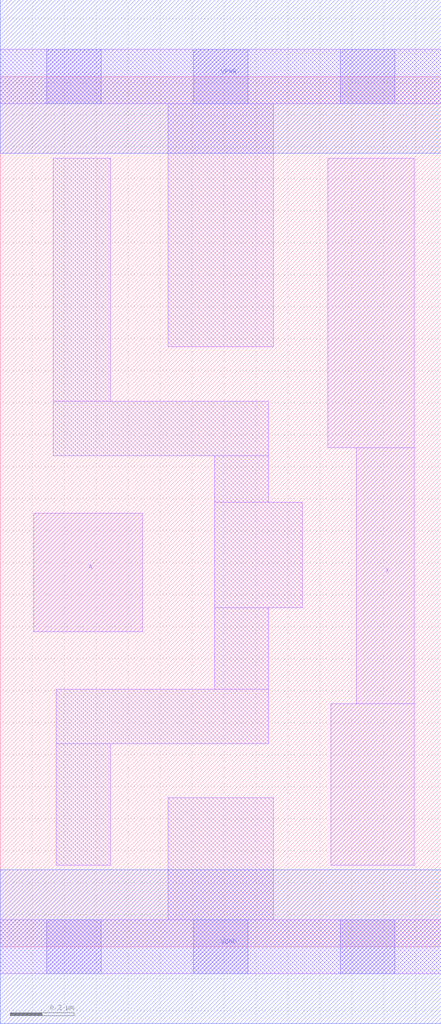
<source format=lef>
# Copyright 2020 The SkyWater PDK Authors
#
# Licensed under the Apache License, Version 2.0 (the "License");
# you may not use this file except in compliance with the License.
# You may obtain a copy of the License at
#
#     https://www.apache.org/licenses/LICENSE-2.0
#
# Unless required by applicable law or agreed to in writing, software
# distributed under the License is distributed on an "AS IS" BASIS,
# WITHOUT WARRANTIES OR CONDITIONS OF ANY KIND, either express or implied.
# See the License for the specific language governing permissions and
# limitations under the License.
#
# SPDX-License-Identifier: Apache-2.0

VERSION 5.7 ;
  NOWIREEXTENSIONATPIN ON ;
  DIVIDERCHAR "/" ;
  BUSBITCHARS "[]" ;
UNITS
  DATABASE MICRONS 200 ;
END UNITS
MACRO sky130_fd_sc_hd__buf_1
  CLASS CORE ;
  FOREIGN sky130_fd_sc_hd__buf_1 ;
  ORIGIN  0.000000  0.000000 ;
  SIZE  1.380000 BY  2.720000 ;
  SYMMETRY X Y R90 ;
  SITE unithd ;
  PIN A
    ANTENNAGATEAREA  0.196500 ;
    DIRECTION INPUT ;
    USE SIGNAL ;
    PORT
      LAYER li1 ;
        RECT 0.105000 0.985000 0.445000 1.355000 ;
    END
  END A
  PIN X
    ANTENNADIFFAREA  0.340600 ;
    DIRECTION OUTPUT ;
    USE SIGNAL ;
    PORT
      LAYER li1 ;
        RECT 1.025000 1.560000 1.295000 2.465000 ;
        RECT 1.035000 0.255000 1.295000 0.760000 ;
        RECT 1.115000 0.760000 1.295000 1.560000 ;
    END
  END X
  PIN VGND
    DIRECTION INOUT ;
    SHAPE ABUTMENT ;
    USE GROUND ;
    PORT
      LAYER met1 ;
        RECT 0.000000 -0.240000 1.380000 0.240000 ;
    END
  END VGND
  PIN VPWR
    DIRECTION INOUT ;
    SHAPE ABUTMENT ;
    USE POWER ;
    PORT
      LAYER met1 ;
        RECT 0.000000 2.480000 1.380000 2.960000 ;
    END
  END VPWR
  OBS
    LAYER li1 ;
      RECT 0.000000 -0.085000 1.380000 0.085000 ;
      RECT 0.000000  2.635000 1.380000 2.805000 ;
      RECT 0.165000  1.535000 0.840000 1.705000 ;
      RECT 0.165000  1.705000 0.345000 2.465000 ;
      RECT 0.175000  0.255000 0.345000 0.635000 ;
      RECT 0.175000  0.635000 0.840000 0.805000 ;
      RECT 0.525000  0.085000 0.855000 0.465000 ;
      RECT 0.525000  1.875000 0.855000 2.635000 ;
      RECT 0.670000  0.805000 0.840000 1.060000 ;
      RECT 0.670000  1.060000 0.945000 1.390000 ;
      RECT 0.670000  1.390000 0.840000 1.535000 ;
    LAYER mcon ;
      RECT 0.145000 -0.085000 0.315000 0.085000 ;
      RECT 0.145000  2.635000 0.315000 2.805000 ;
      RECT 0.605000 -0.085000 0.775000 0.085000 ;
      RECT 0.605000  2.635000 0.775000 2.805000 ;
      RECT 1.065000 -0.085000 1.235000 0.085000 ;
      RECT 1.065000  2.635000 1.235000 2.805000 ;
  END
END sky130_fd_sc_hd__buf_1
END LIBRARY

</source>
